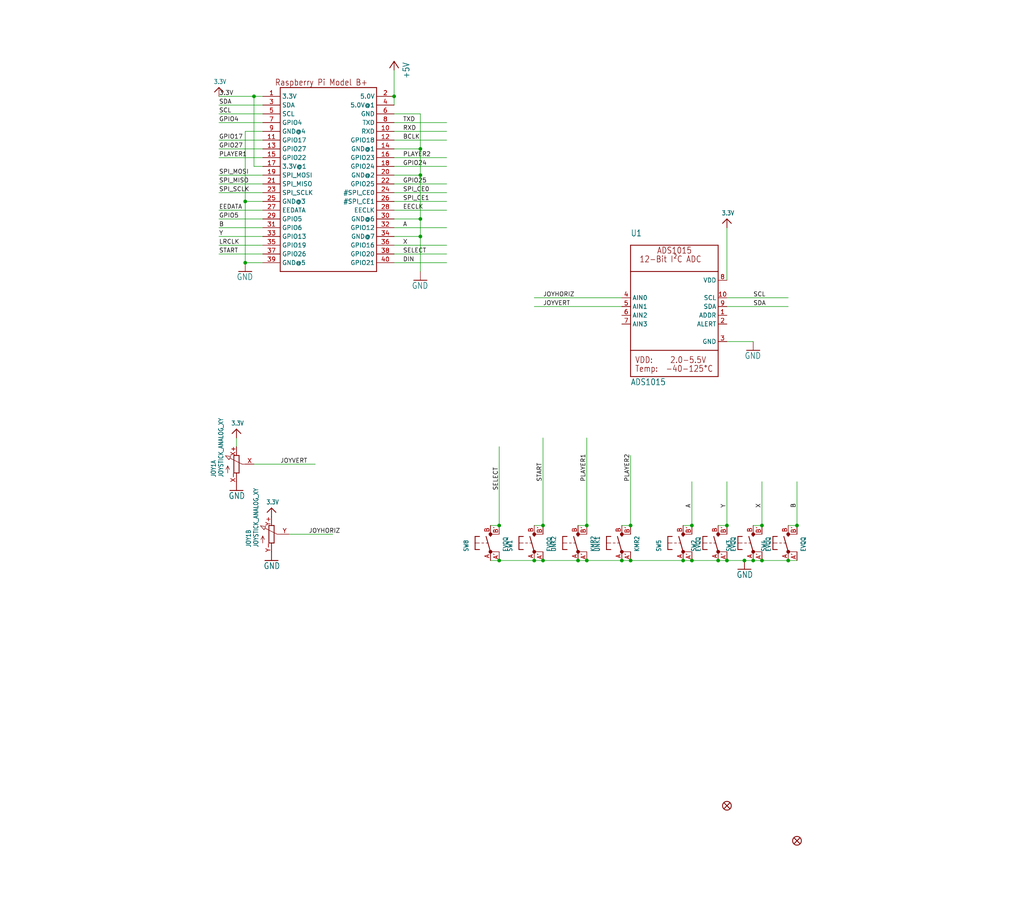
<source format=kicad_sch>
(kicad_sch (version 20230121) (generator eeschema)
  (paper "User" 297.002 265.684)
  (lib_symbols
    (symbol "working-eagle-import:+5V" (power)
      (property "Value" "+5V" (at -2.54 -5.08 90))
      (symbol "+5V_1_0"
        (polyline (pts (xy 0 0) (xy -1.27 -1.905)) (stroke (width 0.254)))
        (polyline (pts (xy 1.27 -1.905) (xy 0 0)) (stroke (width 0.254)))
        (pin power_in line (at 0 -2.54 90) (length 2.54) (name "+5V") (number "1"))
      )
    )
    (symbol "working-eagle-import:3.3V" (power)
      (property "Value" "3.3V" (at -1.524 1.016 0))
      (symbol "3.3V_1_0"
        (polyline (pts (xy -1.27 -1.27) (xy 0 0)) (stroke (width 0.254)))
        (polyline (pts (xy 0 0) (xy 1.27 -1.27)) (stroke (width 0.254)))
        (pin power_in line (at 0 -2.54 90) (length 2.54) (name "3.3V") (number "1"))
      )
    )
    (symbol "working-eagle-import:ADC_ADS1015"
      (property "Reference" "U" (at -12.7 20.32 0))
      (symbol "ADC_ADS1015_1_0"
        (polyline (pts (xy -12.7 -12.7) (xy -12.7 -20.32)) (stroke (width 0.254)))
        (polyline (pts (xy -12.7 -12.7) (xy -12.7 10.16)) (stroke (width 0.254)))
        (polyline (pts (xy -12.7 10.16) (xy 12.7 10.16)) (stroke (width 0.254)))
        (polyline (pts (xy -12.7 17.78) (xy -12.7 10.16)) (stroke (width 0.254)))
        (polyline (pts (xy -12.7 17.78) (xy 12.7 17.78)) (stroke (width 0.254)))
        (polyline (pts (xy 12.7 -20.32) (xy -12.7 -20.32)) (stroke (width 0.254)))
        (polyline (pts (xy 12.7 -12.7) (xy -12.7 -12.7)) (stroke (width 0.254)))
        (polyline (pts (xy 12.7 -12.7) (xy 12.7 -20.32)) (stroke (width 0.254)))
        (polyline (pts (xy 12.7 10.16) (xy 12.7 -12.7)) (stroke (width 0.254)))
        (polyline (pts (xy 12.7 17.78) (xy 12.7 10.16)) (stroke (width 0.254)))
        (text "-40-125°C" (at -2.54 -19.05 0) (effects (font (size 1.778 1.5113)) (justify left bottom)))
        (text "12-Bit I²C ADC" (at -10.16 12.7 0) (effects (font (size 1.778 1.5113)) (justify left bottom)))
        (text "2.0-5.5V" (at -1.27 -16.51 0) (effects (font (size 1.778 1.5113)) (justify left bottom)))
        (text "ADS1015" (at -5.08 15.24 0) (effects (font (size 1.778 1.5113)) (justify left bottom)))
        (text "Temp:" (at -11.43 -19.05 0) (effects (font (size 1.778 1.5113)) (justify left bottom)))
        (text "VDD:" (at -11.43 -16.51 0) (effects (font (size 1.778 1.5113)) (justify left bottom)))
        (pin bidirectional line (at 15.24 -2.54 180) (length 2.54) (name "ADDR") (number "1"))
        (pin bidirectional line (at 15.24 2.54 180) (length 2.54) (name "SCL") (number "10"))
        (pin bidirectional line (at 15.24 -5.08 180) (length 2.54) (name "ALERT") (number "2"))
        (pin bidirectional line (at 15.24 -10.16 180) (length 2.54) (name "GND") (number "3"))
        (pin bidirectional line (at -15.24 2.54 0) (length 2.54) (name "AIN0") (number "4"))
        (pin bidirectional line (at -15.24 0 0) (length 2.54) (name "AIN1") (number "5"))
        (pin bidirectional line (at -15.24 -2.54 0) (length 2.54) (name "AIN2") (number "6"))
        (pin bidirectional line (at -15.24 -5.08 0) (length 2.54) (name "AIN3") (number "7"))
        (pin bidirectional line (at 15.24 7.62 180) (length 2.54) (name "VDD") (number "8"))
        (pin bidirectional line (at 15.24 0 180) (length 2.54) (name "SDA") (number "9"))
      )
    )
    (symbol "working-eagle-import:FIDUCIAL_1MM"
      (symbol "FIDUCIAL_1MM_1_0"
        (polyline (pts (xy -0.762 0.762) (xy 0.762 -0.762)) (stroke (width 0.254)))
        (polyline (pts (xy 0.762 0.762) (xy -0.762 -0.762)) (stroke (width 0.254)))
        (circle (center 0 0) (radius 1.27) (stroke (width 0.254)))
      )
    )
    (symbol "working-eagle-import:GND" (power)
      (property "Value" "GND" (at -2.54 -2.54 0))
      (symbol "GND_1_0"
        (polyline (pts (xy -1.905 0) (xy 1.905 0)) (stroke (width 0.254)))
        (pin power_in line (at 0 2.54 270) (length 2.54) (name "GND") (number "1"))
      )
    )
    (symbol "working-eagle-import:JOYSTICK_ANALOG_XY"
      (property "Reference" "JOY" (at -5.969 -3.81 90))
      (symbol "JOYSTICK_ANALOG_XY_1_0"
        (polyline (pts (xy -3.1989 2.4495) (xy -1.7018 2.2352)) (stroke (width 0.1524)))
        (polyline (pts (xy -2.54 -2.54) (xy -2.54 -0.508)) (stroke (width 0.1524)))
        (polyline (pts (xy -2.54 -0.508) (xy -3.048 -1.524)) (stroke (width 0.1524)))
        (polyline (pts (xy -2.54 -0.508) (xy -2.032 -1.524)) (stroke (width 0.1524)))
        (polyline (pts (xy -2.1597 1.2939) (xy -3.1989 2.4495)) (stroke (width 0.1524)))
        (polyline (pts (xy -2.1597 1.2939) (xy -1.7018 2.2352)) (stroke (width 0.1524)))
        (polyline (pts (xy -0.762 -2.54) (xy 0.762 -2.54)) (stroke (width 0.254)))
        (polyline (pts (xy -0.762 2.54) (xy -0.762 -2.54)) (stroke (width 0.254)))
        (polyline (pts (xy 0.762 -2.54) (xy 0.762 2.54)) (stroke (width 0.254)))
        (polyline (pts (xy 0.762 2.54) (xy -0.762 2.54)) (stroke (width 0.254)))
        (polyline (pts (xy 1.651 0) (xy -1.8796 1.7526)) (stroke (width 0.1524)))
        (polyline (pts (xy 2.54 0) (xy 1.651 0)) (stroke (width 0.1524)))
        (pin passive line (at 5.08 0 180) (length 2.54) (name "S") (number "X"))
        (pin passive line (at 0 5.08 270) (length 2.54) (name "E") (number "X+"))
        (pin passive line (at 0 -5.08 90) (length 2.54) (name "A") (number "X-"))
      )
      (symbol "JOYSTICK_ANALOG_XY_2_0"
        (polyline (pts (xy -3.1989 2.4495) (xy -1.7018 2.2352)) (stroke (width 0.1524)))
        (polyline (pts (xy -2.54 -2.54) (xy -2.54 -0.508)) (stroke (width 0.1524)))
        (polyline (pts (xy -2.54 -0.508) (xy -3.048 -1.524)) (stroke (width 0.1524)))
        (polyline (pts (xy -2.54 -0.508) (xy -2.032 -1.524)) (stroke (width 0.1524)))
        (polyline (pts (xy -2.1597 1.2939) (xy -3.1989 2.4495)) (stroke (width 0.1524)))
        (polyline (pts (xy -2.1597 1.2939) (xy -1.7018 2.2352)) (stroke (width 0.1524)))
        (polyline (pts (xy -0.762 -2.54) (xy 0.762 -2.54)) (stroke (width 0.254)))
        (polyline (pts (xy -0.762 2.54) (xy -0.762 -2.54)) (stroke (width 0.254)))
        (polyline (pts (xy 0.762 -2.54) (xy 0.762 2.54)) (stroke (width 0.254)))
        (polyline (pts (xy 0.762 2.54) (xy -0.762 2.54)) (stroke (width 0.254)))
        (polyline (pts (xy 1.651 0) (xy -1.8796 1.7526)) (stroke (width 0.1524)))
        (polyline (pts (xy 2.54 0) (xy 1.651 0)) (stroke (width 0.1524)))
        (pin passive line (at 5.08 0 180) (length 2.54) (name "S") (number "Y"))
        (pin passive line (at 0 5.08 270) (length 2.54) (name "E") (number "Y+"))
        (pin passive line (at 0 -5.08 90) (length 2.54) (name "A") (number "Y-"))
      )
    )
    (symbol "working-eagle-import:RASPBERRYPI_BPLUS_BONNETSMT"
      (symbol "RASPBERRYPI_BPLUS_BONNETSMT_1_0"
        (polyline (pts (xy -12.7 -30.48) (xy -12.7 22.86)) (stroke (width 0.254)))
        (polyline (pts (xy -12.7 22.86) (xy 15.24 22.86)) (stroke (width 0.254)))
        (polyline (pts (xy 15.24 -30.48) (xy -12.7 -30.48)) (stroke (width 0.254)))
        (polyline (pts (xy 15.24 22.86) (xy 15.24 -30.48)) (stroke (width 0.254)))
        (text "Raspberry Pi Model B+" (at 12.7 25.4 0) (effects (font (size 1.778 1.5113)) (justify right top)))
        (pin power_in line (at -17.78 20.32 0) (length 5.08) (name "3.3V") (number "1"))
        (pin bidirectional line (at 20.32 10.16 180) (length 5.08) (name "RXD") (number "10"))
        (pin bidirectional line (at -17.78 7.62 0) (length 5.08) (name "GPIO17") (number "11"))
        (pin bidirectional line (at 20.32 7.62 180) (length 5.08) (name "GPIO18") (number "12"))
        (pin bidirectional line (at -17.78 5.08 0) (length 5.08) (name "GPIO27") (number "13"))
        (pin power_in line (at 20.32 5.08 180) (length 5.08) (name "GND@1") (number "14"))
        (pin bidirectional line (at -17.78 2.54 0) (length 5.08) (name "GPIO22") (number "15"))
        (pin bidirectional line (at 20.32 2.54 180) (length 5.08) (name "GPIO23") (number "16"))
        (pin power_in line (at -17.78 0 0) (length 5.08) (name "3.3V@1") (number "17"))
        (pin bidirectional line (at 20.32 0 180) (length 5.08) (name "GPIO24") (number "18"))
        (pin bidirectional line (at -17.78 -2.54 0) (length 5.08) (name "SPI_MOSI") (number "19"))
        (pin power_in line (at 20.32 20.32 180) (length 5.08) (name "5.0V") (number "2"))
        (pin power_in line (at 20.32 -2.54 180) (length 5.08) (name "GND@2") (number "20"))
        (pin bidirectional line (at -17.78 -5.08 0) (length 5.08) (name "SPI_MISO") (number "21"))
        (pin bidirectional line (at 20.32 -5.08 180) (length 5.08) (name "GPIO25") (number "22"))
        (pin bidirectional line (at -17.78 -7.62 0) (length 5.08) (name "SPI_SCLK") (number "23"))
        (pin bidirectional line (at 20.32 -7.62 180) (length 5.08) (name "#SPI_CE0") (number "24"))
        (pin power_in line (at -17.78 -10.16 0) (length 5.08) (name "GND@3") (number "25"))
        (pin bidirectional line (at 20.32 -10.16 180) (length 5.08) (name "#SPI_CE1") (number "26"))
        (pin bidirectional line (at -17.78 -12.7 0) (length 5.08) (name "EEDATA") (number "27"))
        (pin bidirectional line (at 20.32 -12.7 180) (length 5.08) (name "EECLK") (number "28"))
        (pin bidirectional line (at -17.78 -15.24 0) (length 5.08) (name "GPIO5") (number "29"))
        (pin bidirectional line (at -17.78 17.78 0) (length 5.08) (name "SDA") (number "3"))
        (pin power_in line (at 20.32 -15.24 180) (length 5.08) (name "GND@6") (number "30"))
        (pin bidirectional line (at -17.78 -17.78 0) (length 5.08) (name "GPIO6") (number "31"))
        (pin bidirectional line (at 20.32 -17.78 180) (length 5.08) (name "GPIO12") (number "32"))
        (pin bidirectional line (at -17.78 -20.32 0) (length 5.08) (name "GPIO13") (number "33"))
        (pin power_in line (at 20.32 -20.32 180) (length 5.08) (name "GND@7") (number "34"))
        (pin bidirectional line (at -17.78 -22.86 0) (length 5.08) (name "GPIO19") (number "35"))
        (pin bidirectional line (at 20.32 -22.86 180) (length 5.08) (name "GPIO16") (number "36"))
        (pin bidirectional line (at -17.78 -25.4 0) (length 5.08) (name "GPIO26") (number "37"))
        (pin bidirectional line (at 20.32 -25.4 180) (length 5.08) (name "GPIO20") (number "38"))
        (pin power_in line (at -17.78 -27.94 0) (length 5.08) (name "GND@5") (number "39"))
        (pin power_in line (at 20.32 17.78 180) (length 5.08) (name "5.0V@1") (number "4"))
        (pin bidirectional line (at 20.32 -27.94 180) (length 5.08) (name "GPIO21") (number "40"))
        (pin bidirectional line (at -17.78 15.24 0) (length 5.08) (name "SCL") (number "5"))
        (pin power_in line (at 20.32 15.24 180) (length 5.08) (name "GND") (number "6"))
        (pin bidirectional line (at -17.78 12.7 0) (length 5.08) (name "GPIO4") (number "7"))
        (pin bidirectional line (at 20.32 12.7 180) (length 5.08) (name "TXD") (number "8"))
        (pin power_in line (at -17.78 10.16 0) (length 5.08) (name "GND@4") (number "9"))
      )
    )
    (symbol "working-eagle-import:SWITCH_TACT_SMT4.6X2.8"
      (property "Reference" "SW" (at -2.54 6.35 0))
      (symbol "SWITCH_TACT_SMT4.6X2.8_1_0"
        (circle (center -2.54 0) (radius 0.127) (stroke (width 0.4064)))
        (polyline (pts (xy -2.54 -2.54) (xy -2.54 0)) (stroke (width 0.1524)))
        (polyline (pts (xy -2.54 0) (xy 1.905 1.27)) (stroke (width 0.254)))
        (polyline (pts (xy -1.905 4.445) (xy -1.905 3.175)) (stroke (width 0.254)))
        (polyline (pts (xy 0 1.27) (xy 0 0.635)) (stroke (width 0.1524)))
        (polyline (pts (xy 0 2.54) (xy 0 1.905)) (stroke (width 0.1524)))
        (polyline (pts (xy 0 4.445) (xy -1.905 4.445)) (stroke (width 0.254)))
        (polyline (pts (xy 0 4.445) (xy 0 3.175)) (stroke (width 0.1524)))
        (polyline (pts (xy 1.905 0) (xy 2.54 0)) (stroke (width 0.254)))
        (polyline (pts (xy 1.905 4.445) (xy 0 4.445)) (stroke (width 0.254)))
        (polyline (pts (xy 1.905 4.445) (xy 1.905 3.175)) (stroke (width 0.254)))
        (polyline (pts (xy 2.54 -2.54) (xy 2.54 0)) (stroke (width 0.1524)))
        (circle (center 2.54 0) (radius 0.127) (stroke (width 0.4064)))
        (pin passive line (at -5.08 0 0) (length 2.54) (name "P") (number "A"))
        (pin passive line (at -5.08 -2.54 0) (length 2.54) (name "P1") (number "A'"))
        (pin passive line (at 5.08 0 180) (length 2.54) (name "S") (number "B"))
        (pin passive line (at 5.08 -2.54 180) (length 2.54) (name "S1") (number "B'"))
      )
    )
    (symbol "working-eagle-import:SWITCH_TACT_SMT_EVQQ2_SMALL"
      (property "Reference" "SW" (at -2.54 6.35 0))
      (symbol "SWITCH_TACT_SMT_EVQQ2_SMALL_1_0"
        (circle (center -2.54 0) (radius 0.127) (stroke (width 0.4064)))
        (polyline (pts (xy -2.54 -2.54) (xy -2.54 0)) (stroke (width 0.1524)))
        (polyline (pts (xy -2.54 0) (xy 1.905 1.27)) (stroke (width 0.254)))
        (polyline (pts (xy -1.905 4.445) (xy -1.905 3.175)) (stroke (width 0.254)))
        (polyline (pts (xy 0 1.27) (xy 0 0.635)) (stroke (width 0.1524)))
        (polyline (pts (xy 0 2.54) (xy 0 1.905)) (stroke (width 0.1524)))
        (polyline (pts (xy 0 4.445) (xy -1.905 4.445)) (stroke (width 0.254)))
        (polyline (pts (xy 0 4.445) (xy 0 3.175)) (stroke (width 0.1524)))
        (polyline (pts (xy 1.905 0) (xy 2.54 0)) (stroke (width 0.254)))
        (polyline (pts (xy 1.905 4.445) (xy 0 4.445)) (stroke (width 0.254)))
        (polyline (pts (xy 1.905 4.445) (xy 1.905 3.175)) (stroke (width 0.254)))
        (polyline (pts (xy 2.54 -2.54) (xy 2.54 0)) (stroke (width 0.1524)))
        (circle (center 2.54 0) (radius 0.127) (stroke (width 0.4064)))
        (pin passive line (at -5.08 0 0) (length 2.54) (name "P") (number "A"))
        (pin passive line (at -5.08 -2.54 0) (length 2.54) (name "P1") (number "A'"))
        (pin passive line (at 5.08 0 180) (length 2.54) (name "S") (number "B"))
        (pin passive line (at 5.08 -2.54 180) (length 2.54) (name "S1") (number "B'"))
      )
    )
  )
  (junction (at 228.6 162.56))
  (junction (at 182.88 152.4))
  (junction (at 144.78 152.4))
  (junction (at 157.48 152.4))
  (junction (at 121.92 50.8))
  (junction (at 170.18 152.4))
  (junction (at 200.66 152.4))
  (junction (at 154.94 162.56))
  (junction (at 114.3 27.94))
  (junction (at 231.14 152.4))
  (junction (at 170.18 162.56))
  (junction (at 157.48 162.56))
  (junction (at 71.12 76.2))
  (junction (at 198.12 162.56))
  (junction (at 210.82 162.56))
  (junction (at 210.82 152.4))
  (junction (at 180.34 162.56))
  (junction (at 73.66 27.94))
  (junction (at 167.64 162.56))
  (junction (at 144.78 162.56))
  (junction (at 121.92 63.5))
  (junction (at 208.28 162.56))
  (junction (at 220.98 152.4))
  (junction (at 71.12 58.42))
  (junction (at 220.98 162.56))
  (junction (at 218.44 162.56))
  (junction (at 215.9 162.56))
  (junction (at 121.92 68.58))
  (junction (at 182.88 162.56))
  (junction (at 121.92 43.18))
  (junction (at 200.66 162.56))
  (wire (pts (xy 220.98 152.4) (xy 220.98 139.7)) (stroke (width 0.1524)))
  (wire (pts (xy 114.3 45.72) (xy 129.54 45.72)) (stroke (width 0.1524)))
  (wire (pts (xy 114.3 27.94) (xy 114.3 20.32)) (stroke (width 0.1524)))
  (wire (pts (xy 210.82 66.04) (xy 210.82 81.28)) (stroke (width 0.1524)))
  (wire (pts (xy 114.3 66.04) (xy 129.54 66.04)) (stroke (width 0.1524)))
  (wire (pts (xy 121.92 33.02) (xy 121.92 43.18)) (stroke (width 0.1524)))
  (wire (pts (xy 210.82 139.7) (xy 210.82 152.4)) (stroke (width 0.1524)))
  (wire (pts (xy 76.2 45.72) (xy 63.5 45.72)) (stroke (width 0.1524)))
  (wire (pts (xy 76.2 35.56) (xy 63.5 35.56)) (stroke (width 0.1524)))
  (wire (pts (xy 182.88 162.56) (xy 180.34 162.56)) (stroke (width 0.1524)))
  (wire (pts (xy 218.44 152.4) (xy 220.98 152.4)) (stroke (width 0.1524)))
  (wire (pts (xy 114.3 30.48) (xy 114.3 27.94)) (stroke (width 0.1524)))
  (wire (pts (xy 200.66 162.56) (xy 208.28 162.56)) (stroke (width 0.1524)))
  (wire (pts (xy 121.92 63.5) (xy 121.92 68.58)) (stroke (width 0.1524)))
  (wire (pts (xy 71.12 58.42) (xy 71.12 38.1)) (stroke (width 0.1524)))
  (wire (pts (xy 114.3 33.02) (xy 121.92 33.02)) (stroke (width 0.1524)))
  (wire (pts (xy 154.94 152.4) (xy 157.48 152.4)) (stroke (width 0.1524)))
  (wire (pts (xy 76.2 27.94) (xy 73.66 27.94)) (stroke (width 0.1524)))
  (wire (pts (xy 73.66 48.26) (xy 76.2 48.26)) (stroke (width 0.1524)))
  (wire (pts (xy 228.6 88.9) (xy 210.82 88.9)) (stroke (width 0.1524)))
  (wire (pts (xy 73.66 27.94) (xy 63.5 27.94)) (stroke (width 0.1524)))
  (wire (pts (xy 71.12 38.1) (xy 76.2 38.1)) (stroke (width 0.1524)))
  (wire (pts (xy 129.54 38.1) (xy 114.3 38.1)) (stroke (width 0.1524)))
  (wire (pts (xy 76.2 30.48) (xy 63.5 30.48)) (stroke (width 0.1524)))
  (wire (pts (xy 200.66 152.4) (xy 200.66 139.7)) (stroke (width 0.1524)))
  (wire (pts (xy 142.24 152.4) (xy 144.78 152.4)) (stroke (width 0.1524)))
  (wire (pts (xy 121.92 50.8) (xy 121.92 63.5)) (stroke (width 0.1524)))
  (wire (pts (xy 208.28 162.56) (xy 210.82 162.56)) (stroke (width 0.1524)))
  (wire (pts (xy 154.94 162.56) (xy 144.78 162.56)) (stroke (width 0.1524)))
  (wire (pts (xy 76.2 40.64) (xy 63.5 40.64)) (stroke (width 0.1524)))
  (wire (pts (xy 220.98 162.56) (xy 228.6 162.56)) (stroke (width 0.1524)))
  (wire (pts (xy 210.82 86.36) (xy 228.6 86.36)) (stroke (width 0.1524)))
  (wire (pts (xy 231.14 152.4) (xy 228.6 152.4)) (stroke (width 0.1524)))
  (wire (pts (xy 170.18 152.4) (xy 170.18 127)) (stroke (width 0.1524)))
  (wire (pts (xy 144.78 129.54) (xy 144.78 152.4)) (stroke (width 0.1524)))
  (wire (pts (xy 218.44 162.56) (xy 220.98 162.56)) (stroke (width 0.1524)))
  (wire (pts (xy 76.2 76.2) (xy 71.12 76.2)) (stroke (width 0.1524)))
  (wire (pts (xy 114.3 50.8) (xy 121.92 50.8)) (stroke (width 0.1524)))
  (wire (pts (xy 63.5 55.88) (xy 76.2 55.88)) (stroke (width 0.1524)))
  (wire (pts (xy 63.5 68.58) (xy 76.2 68.58)) (stroke (width 0.1524)))
  (wire (pts (xy 63.5 66.04) (xy 76.2 66.04)) (stroke (width 0.1524)))
  (wire (pts (xy 63.5 43.18) (xy 76.2 43.18)) (stroke (width 0.1524)))
  (wire (pts (xy 114.3 43.18) (xy 121.92 43.18)) (stroke (width 0.1524)))
  (wire (pts (xy 182.88 152.4) (xy 182.88 132.08)) (stroke (width 0.1524)))
  (wire (pts (xy 68.58 127) (xy 68.58 129.54)) (stroke (width 0.1524)))
  (wire (pts (xy 114.3 68.58) (xy 121.92 68.58)) (stroke (width 0.1524)))
  (wire (pts (xy 208.28 152.4) (xy 210.82 152.4)) (stroke (width 0.1524)))
  (wire (pts (xy 210.82 162.56) (xy 215.9 162.56)) (stroke (width 0.1524)))
  (wire (pts (xy 167.64 162.56) (xy 157.48 162.56)) (stroke (width 0.1524)))
  (wire (pts (xy 121.92 43.18) (xy 121.92 50.8)) (stroke (width 0.1524)))
  (wire (pts (xy 231.14 139.7) (xy 231.14 152.4)) (stroke (width 0.1524)))
  (wire (pts (xy 157.48 152.4) (xy 157.48 127)) (stroke (width 0.1524)))
  (wire (pts (xy 154.94 88.9) (xy 180.34 88.9)) (stroke (width 0.1524)))
  (wire (pts (xy 114.3 71.12) (xy 129.54 71.12)) (stroke (width 0.1524)))
  (wire (pts (xy 114.3 58.42) (xy 129.54 58.42)) (stroke (width 0.1524)))
  (wire (pts (xy 63.5 63.5) (xy 76.2 63.5)) (stroke (width 0.1524)))
  (wire (pts (xy 114.3 55.88) (xy 129.54 55.88)) (stroke (width 0.1524)))
  (wire (pts (xy 63.5 50.8) (xy 76.2 50.8)) (stroke (width 0.1524)))
  (wire (pts (xy 114.3 76.2) (xy 129.54 76.2)) (stroke (width 0.1524)))
  (wire (pts (xy 73.66 134.62) (xy 91.44 134.62)) (stroke (width 0.1524)))
  (wire (pts (xy 71.12 58.42) (xy 76.2 58.42)) (stroke (width 0.1524)))
  (wire (pts (xy 63.5 73.66) (xy 76.2 73.66)) (stroke (width 0.1524)))
  (wire (pts (xy 76.2 33.02) (xy 63.5 33.02)) (stroke (width 0.1524)))
  (wire (pts (xy 144.78 162.56) (xy 142.24 162.56)) (stroke (width 0.1524)))
  (wire (pts (xy 200.66 152.4) (xy 198.12 152.4)) (stroke (width 0.1524)))
  (wire (pts (xy 228.6 162.56) (xy 231.14 162.56)) (stroke (width 0.1524)))
  (wire (pts (xy 180.34 86.36) (xy 154.94 86.36)) (stroke (width 0.1524)))
  (wire (pts (xy 218.44 99.06) (xy 210.82 99.06)) (stroke (width 0.1524)))
  (wire (pts (xy 114.3 60.96) (xy 129.54 60.96)) (stroke (width 0.1524)))
  (wire (pts (xy 63.5 71.12) (xy 76.2 71.12)) (stroke (width 0.1524)))
  (wire (pts (xy 114.3 48.26) (xy 129.54 48.26)) (stroke (width 0.1524)))
  (wire (pts (xy 114.3 40.64) (xy 129.54 40.64)) (stroke (width 0.1524)))
  (wire (pts (xy 167.64 152.4) (xy 170.18 152.4)) (stroke (width 0.1524)))
  (wire (pts (xy 71.12 58.42) (xy 71.12 76.2)) (stroke (width 0.1524)))
  (wire (pts (xy 83.82 154.94) (xy 96.52 154.94)) (stroke (width 0.1524)))
  (wire (pts (xy 114.3 63.5) (xy 121.92 63.5)) (stroke (width 0.1524)))
  (wire (pts (xy 198.12 162.56) (xy 182.88 162.56)) (stroke (width 0.1524)))
  (wire (pts (xy 114.3 35.56) (xy 129.54 35.56)) (stroke (width 0.1524)))
  (wire (pts (xy 157.48 162.56) (xy 154.94 162.56)) (stroke (width 0.1524)))
  (wire (pts (xy 73.66 48.26) (xy 73.66 27.94)) (stroke (width 0.1524)))
  (wire (pts (xy 76.2 60.96) (xy 63.5 60.96)) (stroke (width 0.1524)))
  (wire (pts (xy 114.3 53.34) (xy 129.54 53.34)) (stroke (width 0.1524)))
  (wire (pts (xy 198.12 162.56) (xy 200.66 162.56)) (stroke (width 0.1524)))
  (wire (pts (xy 180.34 162.56) (xy 170.18 162.56)) (stroke (width 0.1524)))
  (wire (pts (xy 114.3 73.66) (xy 129.54 73.66)) (stroke (width 0.1524)))
  (wire (pts (xy 180.34 152.4) (xy 182.88 152.4)) (stroke (width 0.1524)))
  (wire (pts (xy 170.18 162.56) (xy 167.64 162.56)) (stroke (width 0.1524)))
  (wire (pts (xy 63.5 53.34) (xy 76.2 53.34)) (stroke (width 0.1524)))
  (wire (pts (xy 215.9 162.56) (xy 218.44 162.56)) (stroke (width 0.1524)))
  (wire (pts (xy 121.92 68.58) (xy 121.92 78.74)) (stroke (width 0.1524)))
  (label "A" (at 200.66 147.32 90) (effects (font (size 1.2446 1.2446))))
  (label "Y" (at 210.82 147.32 90) (effects (font (size 1.2446 1.2446))))
  (label "GPIO17" (at 63.5 40.64 0) (effects (font (size 1.2446 1.2446))))
  (label "PLAYER1" (at 63.5 45.72 0) (effects (font (size 1.2446 1.2446))))
  (label "START" (at 63.5 73.66 0) (effects (font (size 1.2446 1.2446))))
  (label "SDA" (at 218.44 88.9 0) (effects (font (size 1.2446 1.2446))))
  (label "GPIO27" (at 63.5 43.18 0) (effects (font (size 1.2446 1.2446))))
  (label "SPI_MISO" (at 63.5 53.34 0) (effects (font (size 1.2446 1.2446))))
  (label "SPI_CE1" (at 116.84 58.42 0) (effects (font (size 1.2446 1.2446))))
  (label "EEDATA" (at 63.5 60.96 0) (effects (font (size 1.2446 1.2446))))
  (label "PLAYER2" (at 182.88 139.7 90) (effects (font (size 1.2446 1.2446))))
  (label "SPI_CE0" (at 116.84 55.88 0) (effects (font (size 1.2446 1.2446))))
  (label "SCL" (at 63.5 33.02 0) (effects (font (size 1.2446 1.2446))))
  (label "SPI_MOSI" (at 63.5 50.8 0) (effects (font (size 1.2446 1.2446))))
  (label "GPIO5" (at 63.5 63.5 0) (effects (font (size 1.2446 1.2446))))
  (label "GPIO24" (at 116.84 48.26 0) (effects (font (size 1.2446 1.2446))))
  (label "3.3V" (at 63.5 27.94 0) (effects (font (size 1.2446 1.2446))))
  (label "GPIO4" (at 63.5 35.56 0) (effects (font (size 1.2446 1.2446))))
  (label "START" (at 157.48 139.7 90) (effects (font (size 1.2446 1.2446))))
  (label "JOYVERT" (at 157.48 88.9 0) (effects (font (size 1.2446 1.2446))))
  (label "SELECT" (at 144.78 142.24 90) (effects (font (size 1.2446 1.2446))))
  (label "EECLK" (at 116.84 60.96 0) (effects (font (size 1.2446 1.2446))))
  (label "Y" (at 63.5 68.58 0) (effects (font (size 1.2446 1.2446))))
  (label "PLAYER2" (at 116.84 45.72 0) (effects (font (size 1.2446 1.2446))))
  (label "RXD" (at 116.84 38.1 0) (effects (font (size 1.2446 1.2446))))
  (label "GPIO25" (at 116.84 53.34 0) (effects (font (size 1.2446 1.2446))))
  (label "B" (at 231.14 147.32 90) (effects (font (size 1.2446 1.2446))))
  (label "SCL" (at 218.44 86.36 0) (effects (font (size 1.2446 1.2446))))
  (label "X" (at 220.98 147.32 90) (effects (font (size 1.2446 1.2446))))
  (label "X" (at 116.84 71.12 0) (effects (font (size 1.2446 1.2446))))
  (label "PLAYER1" (at 170.18 139.7 90) (effects (font (size 1.2446 1.2446))))
  (label "BCLK" (at 116.84 40.64 0) (effects (font (size 1.2446 1.2446))))
  (label "SELECT" (at 116.84 73.66 0) (effects (font (size 1.2446 1.2446))))
  (label "SPI_SCLK" (at 63.5 55.88 0) (effects (font (size 1.2446 1.2446))))
  (label "SDA" (at 63.5 30.48 0) (effects (font (size 1.2446 1.2446))))
  (label "B" (at 63.5 66.04 0) (effects (font (size 1.2446 1.2446))))
  (label "JOYHORIZ" (at 157.48 86.36 0) (effects (font (size 1.2446 1.2446))))
  (label "JOYVERT" (at 81.28 134.62 0) (effects (font (size 1.2446 1.2446))))
  (label "JOYHORIZ" (at 89.535 154.94 0) (effects (font (size 1.2446 1.2446))))
  (label "TXD" (at 116.84 35.56 0) (effects (font (size 1.2446 1.2446))))
  (label "LRCLK" (at 63.5 71.12 0) (effects (font (size 1.2446 1.2446))))
  (label "A" (at 116.84 66.04 0) (effects (font (size 1.2446 1.2446))))
  (label "DIN" (at 116.84 76.2 0) (effects (font (size 1.2446 1.2446))))
  (symbol (lib_id "working-eagle-import:GND") (at 218.44 101.6 0) (unit 1)
    (property "Reference" "#GND4" (effects hide))
    (property "Value" "GND" (at 215.9 104.14 0) (effects (font (size 1.778 1.5113)) (justify left bottom)))
  )
  (symbol (lib_id "working-eagle-import:JOYSTICK_ANALOG_XY") (at 78.74 154.94 0) (unit 2)
    (property "Reference" "JOY1" (at 72.771 158.75 90) (effects (font (size 1.27 1.0795)) (justify left bottom)))
    (property "Value" "JOYSTICK_ANALOG_XY" (at 74.93 158.75 90) (effects (font (size 1.27 1.0795)) (justify left bottom)))
    (property "Footprint" "working:JOYSTICK_ANALOG_MINITHM" (effects hide))
  )
  (symbol (lib_id "working-eagle-import:GND") (at 215.9 165.1 0) (mirror y) (unit 1)
    (property "Reference" "#GND6" (effects hide))
    (property "Value" "GND" (at 218.44 167.64 0) (effects (font (size 1.778 1.5113)) (justify left bottom)))
  )
  (symbol (lib_id "working-eagle-import:FIDUCIAL_1MM") (at 231.14 243.84 0) (unit 1)
    (property "Reference" "FID2" (effects hide))
    (property "Value" "FIDUCIAL_1MM" (effects hide))
    (property "Footprint" "working:FIDUCIAL_1MM" (effects hide))
  )
  (symbol (lib_id "working-eagle-import:SWITCH_TACT_SMT4.6X2.8") (at 180.34 157.48 90) (unit 1)
    (property "Reference" "UNK1" (at 173.99 160.02 0) (effects (font (size 1.27 1.0795)) (justify left bottom)))
    (property "Value" "KMR2" (at 185.42 160.02 0) (effects (font (size 1.27 1.0795)) (justify left bottom)))
    (property "Footprint" "working:BTN_KMR2_4.6X2.8" (effects hide))
  )
  (symbol (lib_id "working-eagle-import:ADC_ADS1015") (at 195.58 88.9 0) (unit 1)
    (property "Reference" "U1" (at 182.88 68.58 0) (effects (font (size 1.778 1.5113)) (justify left bottom)))
    (property "Value" "ADS1015" (at 182.88 111.76 0) (effects (font (size 1.778 1.5113)) (justify left bottom)))
    (property "Footprint" "working:MSOP10" (effects hide))
  )
  (symbol (lib_id "working-eagle-import:GND") (at 121.92 81.28 0) (unit 1)
    (property "Reference" "#GND2" (effects hide))
    (property "Value" "GND" (at 119.38 83.82 0) (effects (font (size 1.778 1.5113)) (justify left bottom)))
  )
  (symbol (lib_id "working-eagle-import:SWITCH_TACT_SMT_EVQQ2_SMALL") (at 198.12 157.48 90) (unit 1)
    (property "Reference" "SW5" (at 191.77 160.02 0) (effects (font (size 1.27 1.0795)) (justify left bottom)))
    (property "Value" "EVQQ" (at 203.2 160.02 0) (effects (font (size 1.27 1.0795)) (justify left bottom)))
    (property "Footprint" "working:EVQ-Q2_SMALLER" (effects hide))
  )
  (symbol (lib_id "working-eagle-import:GND") (at 71.12 78.74 0) (unit 1)
    (property "Reference" "#GND1" (effects hide))
    (property "Value" "GND" (at 68.58 81.28 0) (effects (font (size 1.778 1.5113)) (justify left bottom)))
  )
  (symbol (lib_id "working-eagle-import:RASPBERRYPI_BPLUS_BONNETSMT") (at 93.98 48.26 0) (unit 1)
    (property "Reference" "RPI1" (effects hide))
    (property "Value" "RASPBERRYPI_BPLUS_BONNETSMT" (effects hide))
    (property "Footprint" "working:PI_BONNET_SMT" (effects hide))
  )
  (symbol (lib_id "working-eagle-import:3.3V") (at 63.5 25.4 0) (unit 1)
    (property "Reference" "#U$1" (effects hide))
    (property "Value" "3.3V" (at 61.976 24.384 0) (effects (font (size 1.27 1.0795)) (justify left bottom)))
  )
  (symbol (lib_id "working-eagle-import:+5V") (at 114.3 17.78 0) (mirror y) (unit 1)
    (property "Reference" "#P+3" (effects hide))
    (property "Value" "+5V" (at 116.84 22.86 90) (effects (font (size 1.778 1.5113)) (justify left bottom)))
  )
  (symbol (lib_id "working-eagle-import:SWITCH_TACT_SMT4.6X2.8") (at 167.64 157.48 90) (unit 1)
    (property "Reference" "UNK2" (at 161.29 160.02 0) (effects (font (size 1.27 1.0795)) (justify left bottom)))
    (property "Value" "KMR2" (at 172.72 160.02 0) (effects (font (size 1.27 1.0795)) (justify left bottom)))
    (property "Footprint" "working:BTN_KMR2_4.6X2.8" (effects hide))
  )
  (symbol (lib_id "working-eagle-import:SWITCH_TACT_SMT_EVQQ2_SMALL") (at 218.44 157.48 90) (unit 1)
    (property "Reference" "SW3" (at 212.09 160.02 0) (effects (font (size 1.27 1.0795)) (justify left bottom)))
    (property "Value" "EVQQ" (at 223.52 160.02 0) (effects (font (size 1.27 1.0795)) (justify left bottom)))
    (property "Footprint" "working:EVQ-Q2_SMALLER" (effects hide))
  )
  (symbol (lib_id "working-eagle-import:3.3V") (at 210.82 63.5 0) (unit 1)
    (property "Reference" "#U$4" (effects hide))
    (property "Value" "3.3V" (at 209.296 62.484 0) (effects (font (size 1.27 1.0795)) (justify left bottom)))
  )
  (symbol (lib_id "working-eagle-import:SWITCH_TACT_SMT_EVQQ2_SMALL") (at 208.28 157.48 90) (unit 1)
    (property "Reference" "SW2" (at 201.93 160.02 0) (effects (font (size 1.27 1.0795)) (justify left bottom)))
    (property "Value" "EVQQ" (at 213.36 160.02 0) (effects (font (size 1.27 1.0795)) (justify left bottom)))
    (property "Footprint" "working:EVQ-Q2_SMALLER" (effects hide))
  )
  (symbol (lib_id "working-eagle-import:JOYSTICK_ANALOG_XY") (at 68.58 134.62 0) (unit 1)
    (property "Reference" "JOY1" (at 62.611 138.43 90) (effects (font (size 1.27 1.0795)) (justify left bottom)))
    (property "Value" "JOYSTICK_ANALOG_XY" (at 64.77 138.43 90) (effects (font (size 1.27 1.0795)) (justify left bottom)))
    (property "Footprint" "working:JOYSTICK_ANALOG_MINITHM" (effects hide))
  )
  (symbol (lib_id "working-eagle-import:SWITCH_TACT_SMT_EVQQ2_SMALL") (at 154.94 157.48 90) (unit 1)
    (property "Reference" "SW1" (at 148.59 160.02 0) (effects (font (size 1.27 1.0795)) (justify left bottom)))
    (property "Value" "EVQQ" (at 160.02 160.02 0) (effects (font (size 1.27 1.0795)) (justify left bottom)))
    (property "Footprint" "working:EVQ-Q2_SMALLER" (effects hide))
  )
  (symbol (lib_id "working-eagle-import:3.3V") (at 78.74 147.32 0) (unit 1)
    (property "Reference" "#U$2" (effects hide))
    (property "Value" "3.3V" (at 77.216 146.304 0) (effects (font (size 1.27 1.0795)) (justify left bottom)))
  )
  (symbol (lib_id "working-eagle-import:GND") (at 68.58 142.24 0) (mirror y) (unit 1)
    (property "Reference" "#GND3" (effects hide))
    (property "Value" "GND" (at 71.12 144.78 0) (effects (font (size 1.778 1.5113)) (justify left bottom)))
  )
  (symbol (lib_id "working-eagle-import:SWITCH_TACT_SMT_EVQQ2_SMALL") (at 142.24 157.48 90) (unit 1)
    (property "Reference" "SW8" (at 135.89 160.02 0) (effects (font (size 1.27 1.0795)) (justify left bottom)))
    (property "Value" "EVQQ" (at 147.32 160.02 0) (effects (font (size 1.27 1.0795)) (justify left bottom)))
    (property "Footprint" "working:EVQ-Q2_SMALLER" (effects hide))
  )
  (symbol (lib_id "working-eagle-import:GND") (at 78.74 162.56 0) (mirror y) (unit 1)
    (property "Reference" "#GND5" (effects hide))
    (property "Value" "GND" (at 81.28 165.1 0) (effects (font (size 1.778 1.5113)) (justify left bottom)))
  )
  (symbol (lib_id "working-eagle-import:SWITCH_TACT_SMT_EVQQ2_SMALL") (at 228.6 157.48 90) (unit 1)
    (property "Reference" "SW4" (at 222.25 160.02 0) (effects (font (size 1.27 1.0795)) (justify left bottom)))
    (property "Value" "EVQQ" (at 233.68 160.02 0) (effects (font (size 1.27 1.0795)) (justify left bottom)))
    (property "Footprint" "working:EVQ-Q2_SMALLER" (effects hide))
  )
  (symbol (lib_id "working-eagle-import:3.3V") (at 68.58 124.46 0) (unit 1)
    (property "Reference" "#U$3" (effects hide))
    (property "Value" "3.3V" (at 67.056 123.444 0) (effects (font (size 1.27 1.0795)) (justify left bottom)))
  )
  (symbol (lib_id "working-eagle-import:FIDUCIAL_1MM") (at 210.82 233.68 0) (unit 1)
    (property "Reference" "FID3" (effects hide))
    (property "Value" "FIDUCIAL_1MM" (effects hide))
    (property "Footprint" "working:FIDUCIAL_1MM" (effects hide))
  )
)
</source>
